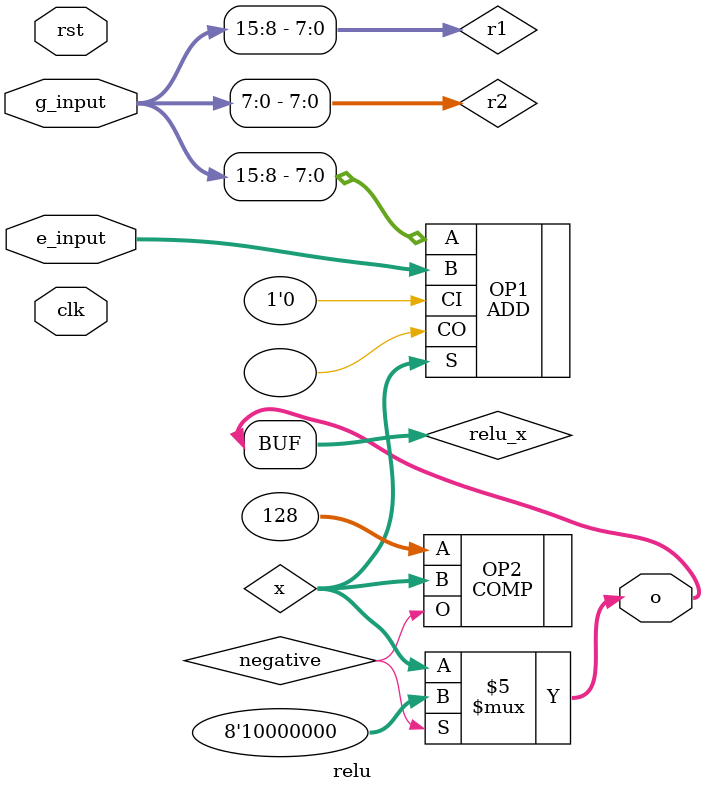
<source format=v>
`timescale 1ns / 1ps
module relu
#(
	parameter N=8 // Bit-width of inputs to sum
)
(
	clk,
	rst,
	g_input, // =: A
	e_input, // =: B; learns the output
	o
);

	input clk, rst;
	input[2*N-1:0] g_input; // 2 N-bit numbers; [r_1, r_2]
	input[N-1:0] e_input;   // N-bit number [x-r_1]
	output [N-1:0] o;

	wire [N-1:0] x; // Holds reconstructed secret
	wire negative;
	wire [N-1:0] r1;
	wire [N-1:0] r2;

	assign r1 = g_input[2*N-1:N];
	assign r2 = g_input[N-1:0];

	// Reconstruct x
	ADD #( .N(N) ) OP1
	(
		.A(r1),
		.B(e_input),
		.CI(1'b0), // No carry in
		.S(x),     // Sum is stored in output
		.CO()			 // Carry-out discardded
	);

	// Compare result against N/2
	localparam MAX_INT = 2**(N-1);
	COMP #( .N(N) ) OP2
	(
			.A(MAX_INT),
			.B(x),
			.O(negative)
	);

	wire [N-1:0] relu_x;

	always@(negative) begin
		if (negative == 1) begin
				relu_x <= 8'b10000000; // 1'b1; // 1'b0; // 2**N / 2 == 0
		end
		else begin
			 relu_x <= x;
		end
	end

	assign o = relu_x[N-1:0];

	// Check if output is bigger than N

endmodule


</source>
